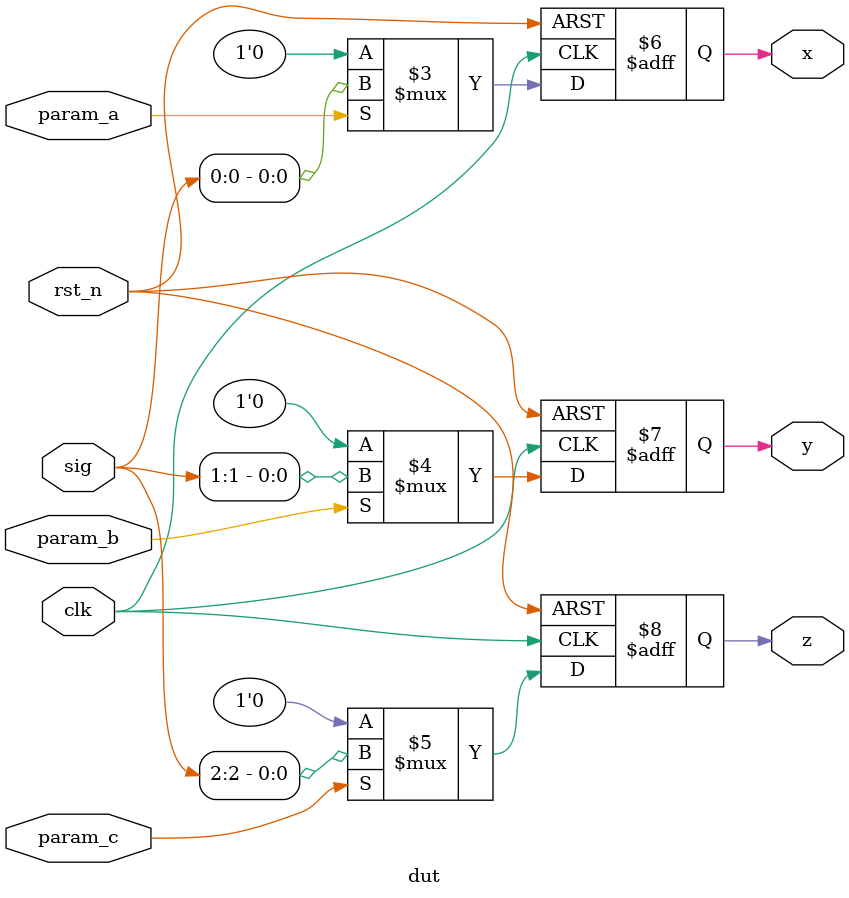
<source format=sv>
module dut (
    input       clk, rst_n,
    input       param_a, param_b, param_c,
    input [0:2] sig,
    output logic x,y,z
);

    always_ff @ (posedge clk, negedge rst_n)
        if (!rst_n) begin
            x <= 1'b0;
            y <= 1'b0;
            z <= 1'b0;
        end
        else begin
            x <= param_a ? sig[0] : 1'b0;
            y <= param_b ? sig[1] : 1'b0;
            z <= param_c ? sig[2] : 1'b0;
        end

endmodule

</source>
